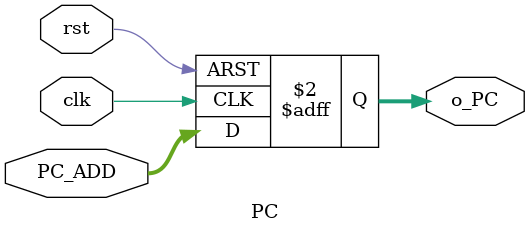
<source format=v>
module PC(
    input               clk,
    input               rst,
    input      [7:0]    PC_ADD,
    output reg [7:0]    o_PC
);

always @(posedge clk or posedge rst) begin
    if(rst)
        o_PC <= 0;
    else
        o_PC <= PC_ADD;
end
endmodule

</source>
